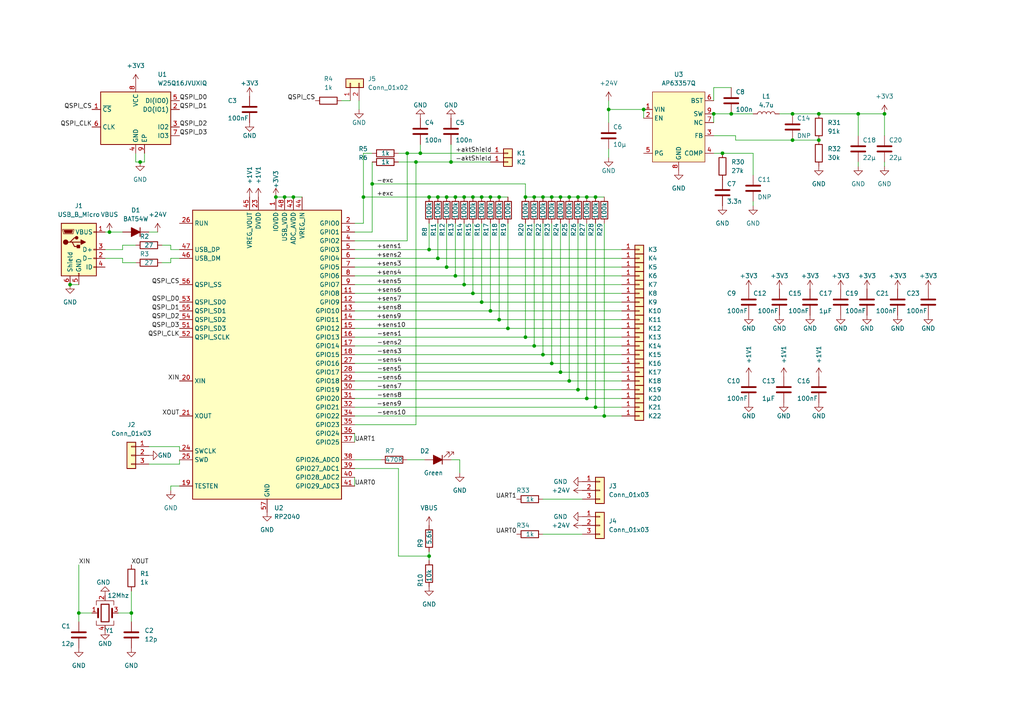
<source format=kicad_sch>
(kicad_sch (version 20211123) (generator eeschema)
  (paper "A4")
  (junction (at 248.92 33.02))
  (junction (at 207.01 33.02))
  (junction (at 229.87 33.02))
  (junction (at 157.48 102.87))
  (junction (at 22.86 177.8))
  (junction (at 229.87 40.64))
  (junction (at 160.02 57.15))
  (junction (at 209.55 44.45))
  (junction (at 107.95 53.34))
  (junction (at 165.1 110.49))
  (junction (at 142.24 57.15))
  (junction (at 120.65 46.99))
  (junction (at 137.16 85.09))
  (junction (at 132.08 80.01))
  (junction (at 176.53 31.75))
  (junction (at 186.69 31.75))
  (junction (at 256.54 33.02))
  (junction (at 167.64 113.03))
  (junction (at 152.4 97.79))
  (junction (at 132.08 57.15))
  (junction (at 124.46 57.15))
  (junction (at 172.72 57.15))
  (junction (at 162.56 107.95))
  (junction (at 170.18 115.57))
  (junction (at 139.7 87.63))
  (junction (at 20.32 82.55))
  (junction (at 170.18 57.15))
  (junction (at 154.94 100.33))
  (junction (at 154.94 57.15))
  (junction (at 147.32 95.25))
  (junction (at 175.26 120.65))
  (junction (at 82.55 57.15))
  (junction (at 124.46 161.29))
  (junction (at 80.01 57.15))
  (junction (at 31.75 67.31))
  (junction (at 165.1 57.15))
  (junction (at 129.54 77.47))
  (junction (at 212.09 33.02))
  (junction (at 172.72 118.11))
  (junction (at 237.49 40.64))
  (junction (at 139.7 57.15))
  (junction (at 137.16 57.15))
  (junction (at 134.62 57.15))
  (junction (at 134.62 82.55))
  (junction (at 118.11 44.45))
  (junction (at 40.64 46.99))
  (junction (at 105.41 57.15))
  (junction (at 157.48 57.15))
  (junction (at 124.46 72.39))
  (junction (at 237.49 33.02))
  (junction (at 85.09 57.15))
  (junction (at 152.4 57.15))
  (junction (at 121.92 44.45))
  (junction (at 167.64 57.15))
  (junction (at 160.02 105.41))
  (junction (at 162.56 57.15))
  (junction (at 127 74.93))
  (junction (at 144.78 92.71))
  (junction (at 142.24 90.17))
  (junction (at 129.54 57.15))
  (junction (at 144.78 57.15))
  (junction (at 38.1 177.8))
  (junction (at 130.81 46.99))
  (junction (at 127 57.15))
  (wire (pts (xy 115.57 135.89) (xy 115.57 161.29)))
  (wire (pts (xy 104.14 29.21) (xy 104.14 31.75)))
  (wire (pts (xy 218.44 44.45) (xy 209.55 44.45)))
  (wire (pts (xy 39.37 71.12) (xy 35.56 71.12)))
  (wire (pts (xy 46.99 76.2) (xy 49.53 76.2)))
  (wire (pts (xy 137.16 64.77) (xy 137.16 85.09)))
  (wire (pts (xy 152.4 64.77) (xy 152.4 97.79)))
  (wire (pts (xy 157.48 102.87) (xy 180.34 102.87)))
  (wire (pts (xy 127 64.77) (xy 127 74.93)))
  (wire (pts (xy 124.46 161.29) (xy 124.46 162.56)))
  (wire (pts (xy 120.65 46.99) (xy 130.81 46.99)))
  (wire (pts (xy 139.7 64.77) (xy 139.7 87.63)))
  (wire (pts (xy 130.81 46.99) (xy 142.24 46.99)))
  (wire (pts (xy 22.86 180.34) (xy 22.86 177.8)))
  (wire (pts (xy 115.57 46.99) (xy 120.65 46.99)))
  (wire (pts (xy 82.55 57.15) (xy 85.09 57.15)))
  (wire (pts (xy 52.07 72.39) (xy 49.53 72.39)))
  (wire (pts (xy 160.02 57.15) (xy 162.56 57.15)))
  (wire (pts (xy 130.81 46.99) (xy 130.81 41.91)))
  (wire (pts (xy 157.48 154.94) (xy 168.91 154.94)))
  (wire (pts (xy 107.95 46.99) (xy 107.95 53.34)))
  (wire (pts (xy 256.54 39.37) (xy 256.54 33.02)))
  (wire (pts (xy 209.55 44.45) (xy 207.01 44.45)))
  (wire (pts (xy 120.65 46.99) (xy 120.65 123.19)))
  (wire (pts (xy 256.54 33.02) (xy 248.92 33.02)))
  (wire (pts (xy 43.18 67.31) (xy 45.72 67.31)))
  (wire (pts (xy 34.29 177.8) (xy 38.1 177.8)))
  (wire (pts (xy 121.92 44.45) (xy 121.92 41.91)))
  (wire (pts (xy 167.64 64.77) (xy 167.64 113.03)))
  (wire (pts (xy 132.08 57.15) (xy 134.62 57.15)))
  (wire (pts (xy 39.37 46.99) (xy 40.64 46.99)))
  (wire (pts (xy 162.56 64.77) (xy 162.56 107.95)))
  (wire (pts (xy 85.09 57.15) (xy 87.63 57.15)))
  (wire (pts (xy 157.48 57.15) (xy 160.02 57.15)))
  (wire (pts (xy 30.48 67.31) (xy 31.75 67.31)))
  (wire (pts (xy 105.41 57.15) (xy 105.41 64.77)))
  (wire (pts (xy 40.64 46.99) (xy 41.91 46.99)))
  (wire (pts (xy 35.56 71.12) (xy 35.56 72.39)))
  (wire (pts (xy 102.87 125.73) (xy 102.87 128.27)))
  (wire (pts (xy 176.53 35.56) (xy 176.53 31.75)))
  (wire (pts (xy 162.56 57.15) (xy 165.1 57.15)))
  (wire (pts (xy 144.78 64.77) (xy 144.78 92.71)))
  (wire (pts (xy 212.09 33.02) (xy 218.44 33.02)))
  (wire (pts (xy 118.11 44.45) (xy 115.57 44.45)))
  (wire (pts (xy 133.35 137.16) (xy 133.35 133.35)))
  (wire (pts (xy 139.7 57.15) (xy 142.24 57.15)))
  (wire (pts (xy 115.57 161.29) (xy 124.46 161.29)))
  (wire (pts (xy 176.53 29.21) (xy 176.53 31.75)))
  (wire (pts (xy 38.1 171.45) (xy 38.1 177.8)))
  (wire (pts (xy 165.1 110.49) (xy 180.34 110.49)))
  (wire (pts (xy 102.87 105.41) (xy 160.02 105.41)))
  (wire (pts (xy 22.86 177.8) (xy 26.67 177.8)))
  (wire (pts (xy 165.1 57.15) (xy 167.64 57.15)))
  (wire (pts (xy 256.54 48.26) (xy 256.54 46.99)))
  (wire (pts (xy 35.56 72.39) (xy 30.48 72.39)))
  (wire (pts (xy 144.78 92.71) (xy 180.34 92.71)))
  (wire (pts (xy 102.87 85.09) (xy 137.16 85.09)))
  (wire (pts (xy 248.92 33.02) (xy 248.92 39.37)))
  (wire (pts (xy 52.07 130.81) (xy 52.07 129.54)))
  (wire (pts (xy 102.87 69.85) (xy 118.11 69.85)))
  (wire (pts (xy 176.53 31.75) (xy 186.69 31.75)))
  (wire (pts (xy 102.87 87.63) (xy 139.7 87.63)))
  (wire (pts (xy 170.18 57.15) (xy 172.72 57.15)))
  (wire (pts (xy 129.54 64.77) (xy 129.54 77.47)))
  (wire (pts (xy 154.94 57.15) (xy 157.48 57.15)))
  (wire (pts (xy 102.87 90.17) (xy 142.24 90.17)))
  (wire (pts (xy 134.62 82.55) (xy 180.34 82.55)))
  (wire (pts (xy 147.32 95.25) (xy 180.34 95.25)))
  (wire (pts (xy 80.01 57.15) (xy 82.55 57.15)))
  (wire (pts (xy 132.08 80.01) (xy 180.34 80.01)))
  (wire (pts (xy 218.44 59.69) (xy 218.44 58.42)))
  (wire (pts (xy 41.91 46.99) (xy 41.91 44.45)))
  (wire (pts (xy 170.18 64.77) (xy 170.18 115.57)))
  (wire (pts (xy 229.87 33.02) (xy 237.49 33.02)))
  (wire (pts (xy 20.32 82.55) (xy 22.86 82.55)))
  (wire (pts (xy 186.69 31.75) (xy 186.69 34.29)))
  (wire (pts (xy 226.06 33.02) (xy 229.87 33.02)))
  (wire (pts (xy 124.46 160.02) (xy 124.46 161.29)))
  (wire (pts (xy 102.87 120.65) (xy 175.26 120.65)))
  (wire (pts (xy 124.46 72.39) (xy 180.34 72.39)))
  (wire (pts (xy 213.36 39.37) (xy 213.36 40.64)))
  (wire (pts (xy 35.56 76.2) (xy 39.37 76.2)))
  (wire (pts (xy 172.72 118.11) (xy 180.34 118.11)))
  (wire (pts (xy 142.24 64.77) (xy 142.24 90.17)))
  (wire (pts (xy 176.53 45.72) (xy 176.53 43.18)))
  (wire (pts (xy 107.95 44.45) (xy 105.41 44.45)))
  (wire (pts (xy 139.7 87.63) (xy 180.34 87.63)))
  (wire (pts (xy 118.11 44.45) (xy 121.92 44.45)))
  (wire (pts (xy 102.87 100.33) (xy 154.94 100.33)))
  (wire (pts (xy 133.35 133.35) (xy 130.81 133.35)))
  (wire (pts (xy 127 74.93) (xy 180.34 74.93)))
  (wire (pts (xy 207.01 25.4) (xy 212.09 25.4)))
  (wire (pts (xy 49.53 74.93) (xy 52.07 74.93)))
  (wire (pts (xy 31.75 67.31) (xy 35.56 67.31)))
  (wire (pts (xy 218.44 50.8) (xy 218.44 44.45)))
  (wire (pts (xy 102.87 72.39) (xy 124.46 72.39)))
  (wire (pts (xy 49.53 142.24) (xy 49.53 140.97)))
  (wire (pts (xy 154.94 100.33) (xy 180.34 100.33)))
  (wire (pts (xy 22.86 163.83) (xy 22.86 177.8)))
  (wire (pts (xy 49.53 71.12) (xy 46.99 71.12)))
  (wire (pts (xy 207.01 33.02) (xy 212.09 33.02)))
  (wire (pts (xy 102.87 135.89) (xy 115.57 135.89)))
  (wire (pts (xy 134.62 57.15) (xy 137.16 57.15)))
  (wire (pts (xy 102.87 82.55) (xy 134.62 82.55)))
  (wire (pts (xy 207.01 35.56) (xy 207.01 33.02)))
  (wire (pts (xy 134.62 64.77) (xy 134.62 82.55)))
  (wire (pts (xy 129.54 77.47) (xy 180.34 77.47)))
  (wire (pts (xy 120.65 123.19) (xy 102.87 123.19)))
  (wire (pts (xy 39.37 44.45) (xy 39.37 46.99)))
  (wire (pts (xy 102.87 80.01) (xy 132.08 80.01)))
  (wire (pts (xy 142.24 57.15) (xy 144.78 57.15)))
  (wire (pts (xy 105.41 44.45) (xy 105.41 57.15)))
  (wire (pts (xy 137.16 57.15) (xy 139.7 57.15)))
  (wire (pts (xy 137.16 85.09) (xy 180.34 85.09)))
  (wire (pts (xy 102.87 138.43) (xy 102.87 140.97)))
  (wire (pts (xy 144.78 57.15) (xy 147.32 57.15)))
  (wire (pts (xy 170.18 115.57) (xy 180.34 115.57)))
  (wire (pts (xy 35.56 74.93) (xy 35.56 76.2)))
  (wire (pts (xy 248.92 48.26) (xy 248.92 46.99)))
  (wire (pts (xy 124.46 57.15) (xy 127 57.15)))
  (wire (pts (xy 160.02 64.77) (xy 160.02 105.41)))
  (wire (pts (xy 118.11 133.35) (xy 123.19 133.35)))
  (wire (pts (xy 207.01 39.37) (xy 213.36 39.37)))
  (wire (pts (xy 162.56 107.95) (xy 180.34 107.95)))
  (wire (pts (xy 152.4 57.15) (xy 154.94 57.15)))
  (wire (pts (xy 102.87 115.57) (xy 170.18 115.57)))
  (wire (pts (xy 165.1 64.77) (xy 165.1 110.49)))
  (wire (pts (xy 102.87 110.49) (xy 165.1 110.49)))
  (wire (pts (xy 49.53 140.97) (xy 52.07 140.97)))
  (wire (pts (xy 172.72 57.15) (xy 175.26 57.15)))
  (wire (pts (xy 121.92 44.45) (xy 142.24 44.45)))
  (wire (pts (xy 152.4 53.34) (xy 152.4 57.15)))
  (wire (pts (xy 102.87 97.79) (xy 152.4 97.79)))
  (wire (pts (xy 167.64 57.15) (xy 170.18 57.15)))
  (wire (pts (xy 102.87 95.25) (xy 147.32 95.25)))
  (wire (pts (xy 107.95 53.34) (xy 152.4 53.34)))
  (wire (pts (xy 118.11 69.85) (xy 118.11 44.45)))
  (wire (pts (xy 52.07 134.62) (xy 52.07 133.35)))
  (wire (pts (xy 102.87 102.87) (xy 157.48 102.87)))
  (wire (pts (xy 102.87 107.95) (xy 162.56 107.95)))
  (wire (pts (xy 102.87 92.71) (xy 144.78 92.71)))
  (wire (pts (xy 237.49 33.02) (xy 248.92 33.02)))
  (wire (pts (xy 107.95 67.31) (xy 102.87 67.31)))
  (wire (pts (xy 157.48 144.78) (xy 168.91 144.78)))
  (wire (pts (xy 102.87 118.11) (xy 172.72 118.11)))
  (wire (pts (xy 175.26 120.65) (xy 180.34 120.65)))
  (wire (pts (xy 172.72 64.77) (xy 172.72 118.11)))
  (wire (pts (xy 154.94 64.77) (xy 154.94 100.33)))
  (wire (pts (xy 49.53 72.39) (xy 49.53 71.12)))
  (wire (pts (xy 207.01 29.21) (xy 207.01 25.4)))
  (wire (pts (xy 129.54 57.15) (xy 132.08 57.15)))
  (wire (pts (xy 167.64 113.03) (xy 180.34 113.03)))
  (wire (pts (xy 157.48 64.77) (xy 157.48 102.87)))
  (wire (pts (xy 124.46 64.77) (xy 124.46 72.39)))
  (wire (pts (xy 127 57.15) (xy 129.54 57.15)))
  (wire (pts (xy 49.53 76.2) (xy 49.53 74.93)))
  (wire (pts (xy 147.32 64.77) (xy 147.32 95.25)))
  (wire (pts (xy 102.87 77.47) (xy 129.54 77.47)))
  (wire (pts (xy 229.87 40.64) (xy 237.49 40.64)))
  (wire (pts (xy 160.02 105.41) (xy 180.34 105.41)))
  (wire (pts (xy 105.41 57.15) (xy 124.46 57.15)))
  (wire (pts (xy 99.06 29.21) (xy 101.6 29.21)))
  (wire (pts (xy 102.87 133.35) (xy 110.49 133.35)))
  (wire (pts (xy 152.4 97.79) (xy 180.34 97.79)))
  (wire (pts (xy 102.87 64.77) (xy 105.41 64.77)))
  (wire (pts (xy 30.48 74.93) (xy 35.56 74.93)))
  (wire (pts (xy 213.36 40.64) (xy 229.87 40.64)))
  (wire (pts (xy 142.24 90.17) (xy 180.34 90.17)))
  (wire (pts (xy 43.18 134.62) (xy 52.07 134.62)))
  (wire (pts (xy 102.87 74.93) (xy 127 74.93)))
  (wire (pts (xy 175.26 64.77) (xy 175.26 120.65)))
  (wire (pts (xy 52.07 129.54) (xy 43.18 129.54)))
  (wire (pts (xy 107.95 53.34) (xy 107.95 67.31)))
  (wire (pts (xy 102.87 113.03) (xy 167.64 113.03)))
  (wire (pts (xy 132.08 64.77) (xy 132.08 80.01)))
  (wire (pts (xy 38.1 177.8) (xy 38.1 180.34)))
  (label "-sens6" (at 109.2892 110.49 0))
  (label "+sens7" (at 109.2005 87.63 0))
  (label "UART1" (at 102.87 128.27 0))
  (label "-exc" (at 109.22 53.34 0))
  (label "QSPI_CLK" (at 52.07 97.79 180))
  (label "-sens2" (at 109.2892 100.33 0))
  (label "QSPI_CS" (at 91.44 29.21 180))
  (label "QSPI_D2" (at 52.07 92.71 180))
  (label "XOUT" (at 38.1 163.83 0))
  (label "QSPI_D1" (at 52.07 90.17 180))
  (label "UART1" (at 149.86 144.78 180))
  (label "XOUT" (at 52.07 120.65 180))
  (label "-sens5" (at 109.2892 107.95 0))
  (label "XIN" (at 22.86 163.83 0))
  (label "QSPI_CLK" (at 26.67 36.83 180))
  (label "QSPI_D0" (at 52.07 87.63 180))
  (label "QSPI_D2" (at 52.07 36.83 0))
  (label "+sens5" (at 109.22 82.55 0))
  (label "UART0" (at 102.87 140.97 0))
  (label "-sens8" (at 109.2892 115.57 0))
  (label "QSPI_D0" (at 52.07 29.21 0))
  (label "+aktShield" (at 132.08 44.45 0))
  (label "+sens2" (at 109.22 74.93 0))
  (label "-sens7" (at 109.2697 113.03 0))
  (label "-sens1" (at 109.2892 97.79 0))
  (label "+sens3" (at 109.2005 77.47 0))
  (label "QSPI_CS" (at 26.67 31.75 180))
  (label "-sens9" (at 109.22 118.11 0))
  (label "-sens4" (at 109.2892 105.41 0))
  (label "+exc" (at 109.22 57.15 0))
  (label "+sens9" (at 109.1508 92.71 0))
  (label "+sens10" (at 109.22 95.25 0))
  (label "+sens6" (at 109.22 85.09 0))
  (label "QSPI_D3" (at 52.07 39.37 0))
  (label "QSPI_CS" (at 52.07 82.55 180))
  (label "+sens4" (at 109.22 80.01 0))
  (label "XIN" (at 52.07 110.49 180))
  (label "UART0" (at 149.86 154.94 180))
  (label "+sens8" (at 109.22 90.17 0))
  (label "-sens10" (at 109.2892 120.65 0))
  (label "QSPI_D3" (at 52.07 95.25 180))
  (label "-sens3" (at 109.2697 102.87 0))
  (label "+sens1" (at 109.22 72.39 0))
  (label "QSPI_D1" (at 52.07 31.75 0))
  (label "-aktShield" (at 132.08 46.99 0))
  (symbol (lib_id "Device:R") (at 43.18 71.12 90) (unit 1)
    (property "Reference" "R2" (at 41.91 68.58 90))
    (property "Value" "27" (at 43.18 71.12 90))
    (property "Footprint" "Resistor_SMD:R_0603_1608Metric" (effects hide))
  )
  (symbol (lib_id "power:+3V3") (at 39.37 24.13 0) (unit 1)
    (property "Reference" "#PWR07" (effects hide))
    (property "Value" "+3V3" (at 39.37 19.05 0))
  )
  (symbol (lib_id "Device:C") (at 237.49 113.03 0) (unit 1)
    (property "Reference" "C16" (at 231.14 110.49 0) (effects (justify left)))
    (property "Value" "100nF" (at 231.14 115.57 0) (effects (justify left)))
    (property "Footprint" "Capacitor_SMD:C_0603_1608Metric" (effects hide))
  )
  (symbol (lib_id "Device:R") (at 237.49 44.45 0) (unit 1)
    (property "Reference" "R32" (at 240.03 43.1799 0) (effects (justify left)))
    (property "Value" "30k" (at 240.03 45.7199 0) (effects (justify left)))
    (property "Footprint" "Resistor_SMD:R_0603_1608Metric" (effects hide))
  )
  (symbol (lib_id "Device:C") (at 256.54 43.18 180) (unit 1)
    (property "Reference" "C20" (at 257.81 40.64 0) (effects (justify right)))
    (property "Value" "22µ" (at 257.81 45.72 0) (effects (justify right)))
    (property "Footprint" "Capacitor_SMD:C_1206_3216Metric" (effects hide))
  )
  (symbol (lib_id "Device:R") (at 152.4 60.96 180) (unit 1)
    (property "Reference" "R20" (at 151.13 68.58 90) (effects (justify right)))
    (property "Value" "100k" (at 152.4 63.5 90) (effects (justify right)))
    (property "Footprint" "Resistor_SMD:R_0603_1608Metric" (effects hide))
  )
  (symbol (lib_id "Device:R") (at 134.62 60.96 180) (unit 1)
    (property "Reference" "R14" (at 133.35 68.58 90) (effects (justify right)))
    (property "Value" "100k" (at 134.62 63.5 90) (effects (justify right)))
    (property "Footprint" "Resistor_SMD:R_0603_1608Metric" (effects hide))
  )
  (symbol (lib_id "power:GND") (at 38.1 187.96 0) (unit 1)
    (property "Reference" "#PWR06" (effects hide))
    (property "Value" "GND" (at 38.1 193.04 0))
  )
  (symbol (lib_id "power:GND") (at 40.64 46.99 0) (unit 1)
    (property "Reference" "#PWR08" (effects hide))
    (property "Value" "GND" (at 40.64 52.07 0))
  )
  (symbol (lib_id "Device:R") (at 147.32 60.96 180) (unit 1)
    (property "Reference" "R19" (at 146.05 68.58 90) (effects (justify right)))
    (property "Value" "100k" (at 147.32 63.5 90) (effects (justify right)))
    (property "Footprint" "Resistor_SMD:R_0603_1608Metric" (effects hide))
  )
  (symbol (lib_id "Connector_Generic:Conn_01x01") (at 185.42 87.63 0) (unit 1)
    (property "Reference" "K9" (at 187.96 87.63 0) (effects (justify left)))
    (property "Value" "capPad" (effects hide))
    (property "Footprint" "Bergi:dummyPad" (effects hide))
  )
  (symbol (lib_id "Device:R") (at 95.25 29.21 90) (unit 1)
    (property "Reference" "R4" (at 95.25 22.86 90))
    (property "Value" "1k" (at 95.25 25.4 90))
    (property "Footprint" "Resistor_SMD:R_0603_1608Metric" (effects hide))
  )
  (symbol (lib_id "Connector_Generic:Conn_01x01") (at 185.42 120.65 0) (unit 1)
    (property "Reference" "K22" (at 187.96 120.65 0) (effects (justify left)))
    (property "Value" "capPad" (effects hide))
    (property "Footprint" "Bergi:dummyPad" (effects hide))
  )
  (symbol (lib_id "Connector_Generic:Conn_01x01") (at 185.42 72.39 0) (unit 1)
    (property "Reference" "K3" (at 187.96 72.39 0) (effects (justify left)))
    (property "Value" "capPad" (effects hide))
    (property "Footprint" "Bergi:dummyPad" (effects hide))
  )
  (symbol (lib_id "power:GND") (at 269.24 91.44 0) (unit 1)
    (property "Reference" "#PWR0102" (effects hide))
    (property "Value" "GND" (at 269.24 95.25 0))
  )
  (symbol (lib_id "power:+3V3") (at 226.06 83.82 0) (unit 1)
    (property "Reference" "#PWR033" (effects hide))
    (property "Value" "+3V3" (at 226.06 80.01 0))
  )
  (symbol (lib_id "Connector_Generic:Conn_01x01") (at 185.42 118.11 0) (unit 1)
    (property "Reference" "K21" (at 187.96 118.11 0) (effects (justify left)))
    (property "Value" "capPad" (effects hide))
    (property "Footprint" "Bergi:dummyPad" (effects hide))
  )
  (symbol (lib_id "Device:R") (at 124.46 166.37 0) (unit 1)
    (property "Reference" "R10" (at 121.92 166.37 90) (effects (justify right)))
    (property "Value" "10k" (at 124.46 165.1 90) (effects (justify right)))
    (property "Footprint" "Resistor_SMD:R_0603_1608Metric" (effects hide))
  )
  (symbol (lib_id "Device:L") (at 222.25 33.02 90) (unit 1)
    (property "Reference" "L1" (at 222.25 27.94 90))
    (property "Value" "4.7u" (at 222.25 30.48 90))
    (property "Footprint" "Inductor_SMD:L_1008_2520Metric" (effects hide))
  )
  (symbol (lib_id "Connector:USB_B_Micro") (at 22.86 72.39 0) (unit 1)
    (property "Reference" "J1" (at 22.86 59.69 0))
    (property "Value" "USB_B_Micro" (at 22.86 62.23 0))
    (property "Footprint" "Connector_USB:USB_Micro-B_GCT_USB3076-30-A" (effects hide))
    (property "HTN" "USB3076-30, USB3075-30" (effects hide))
  )
  (symbol (lib_id "Device:R") (at 165.1 60.96 180) (unit 1)
    (property "Reference" "R25" (at 163.83 68.58 90) (effects (justify right)))
    (property "Value" "100k" (at 165.1 63.5 90) (effects (justify right)))
    (property "Footprint" "Resistor_SMD:R_0603_1608Metric" (effects hide))
  )
  (symbol (lib_id "Device:C") (at 218.44 54.61 180) (unit 1)
    (property "Reference" "C11" (at 219.71 52.07 0) (effects (justify right)))
    (property "Value" "DNP" (at 219.71 57.15 0) (effects (justify right)))
    (property "Footprint" "Capacitor_SMD:C_0603_1608Metric" (effects hide))
  )
  (symbol (lib_id "Device:C") (at 217.17 113.03 0) (unit 1)
    (property "Reference" "C10" (at 210.82 110.49 0) (effects (justify left)))
    (property "Value" "100nF" (at 210.82 115.57 0) (effects (justify left)))
    (property "Footprint" "Capacitor_SMD:C_0603_1608Metric" (effects hide))
  )
  (symbol (lib_id "MCU_RaspberryPi:RP2040") (at 77.47 102.87 0) (unit 1)
    (property "Reference" "U2" (at 79.4894 147.32 0) (effects (justify left)))
    (property "Value" "RP2040" (at 79.4894 149.86 0) (effects (justify left)))
    (property "Footprint" "Package_DFN_QFN:QFN-56-1EP_7x7mm_P0.4mm_EP3.2x3.2mm" (effects hide))
    (property "Datasheet" "https://datasheets.raspberrypi.com/rp2040/rp2040-datasheet.pdf" (effects hide))
  )
  (symbol (lib_id "power:GND") (at 168.91 149.86 270) (unit 1)
    (property "Reference" "#PWR056" (effects hide))
    (property "Value" "GND" (at 162.56 149.86 90))
  )
  (symbol (lib_id "Connector_Generic:Conn_01x01") (at 185.42 90.17 0) (unit 1)
    (property "Reference" "K10" (at 187.96 90.17 0) (effects (justify left)))
    (property "Value" "capPad" (effects hide))
    (property "Footprint" "Bergi:dummyPad" (effects hide))
  )
  (symbol (lib_id "Device:C") (at 212.09 29.21 180) (unit 1)
    (property "Reference" "C8" (at 213.36 26.67 0) (effects (justify right)))
    (property "Value" "100n" (at 213.36 31.75 0) (effects (justify right)))
    (property "Footprint" "Capacitor_SMD:C_0603_1608Metric" (effects hide))
  )
  (symbol (lib_id "Device:R") (at 124.46 156.21 0) (unit 1)
    (property "Reference" "R9" (at 121.92 156.21 90) (effects (justify right)))
    (property "Value" "5.6k" (at 124.46 153.67 90) (effects (justify right)))
    (property "Footprint" "Resistor_SMD:R_0603_1608Metric" (effects hide))
  )
  (symbol (lib_id "Connector_Generic:Conn_01x03") (at 38.1 132.08 0) (mirror y) (unit 1)
    (property "Reference" "J2" (at 38.1 123.19 0))
    (property "Value" "Conn_01x03" (at 38.1 125.73 0))
    (property "Footprint" "Connector_PinHeader_2.54mm:PinHeader_1x03_P2.54mm_Vertical" (effects hide))
  )
  (symbol (lib_id "Device:R") (at 167.64 60.96 180) (unit 1)
    (property "Reference" "R26" (at 166.37 68.58 90) (effects (justify right)))
    (property "Value" "100k" (at 167.64 63.5 90) (effects (justify right)))
    (property "Footprint" "Resistor_SMD:R_0603_1608Metric" (effects hide))
  )
  (symbol (lib_id "Device:R") (at 144.78 60.96 180) (unit 1)
    (property "Reference" "R18" (at 143.51 68.58 90) (effects (justify right)))
    (property "Value" "100k" (at 144.78 63.5 90) (effects (justify right)))
    (property "Footprint" "Resistor_SMD:R_0603_1608Metric" (effects hide))
  )
  (symbol (lib_id "Connector_Generic:Conn_01x03") (at 173.99 142.24 0) (unit 1)
    (property "Reference" "J3" (at 176.53 140.9699 0) (effects (justify left)))
    (property "Value" "Conn_01x03" (at 176.53 143.5099 0) (effects (justify left)))
    (property "Footprint" "Connector_Molex:Molex_KK-254_AE-6410-03A_1x03_P2.54mm_Vertical" (effects hide))
  )
  (symbol (lib_id "power:GND") (at 234.95 91.44 0) (unit 1)
    (property "Reference" "#PWR038" (effects hide))
    (property "Value" "GND" (at 234.95 95.25 0))
  )
  (symbol (lib_id "Device:R") (at 209.55 48.26 0) (unit 1)
    (property "Reference" "R30" (at 212.09 46.9899 0) (effects (justify left)))
    (property "Value" "27k" (at 212.09 49.5299 0) (effects (justify left)))
    (property "Footprint" "Resistor_SMD:R_0603_1608Metric" (effects hide))
  )
  (symbol (lib_id "Connector_Generic:Conn_01x01") (at 185.42 113.03 0) (unit 1)
    (property "Reference" "K19" (at 187.96 113.03 0) (effects (justify left)))
    (property "Value" "capPad" (effects hide))
    (property "Footprint" "Bergi:dummyPad" (effects hide))
  )
  (symbol (lib_id "power:+3V3") (at 260.35 83.82 0) (unit 1)
    (property "Reference" "#PWR048" (effects hide))
    (property "Value" "+3V3" (at 260.35 80.01 0))
  )
  (symbol (lib_id "power:GND") (at 77.47 148.59 0) (unit 1)
    (property "Reference" "#PWR016" (effects hide))
    (property "Value" "GND" (at 77.47 153.67 0))
  )
  (symbol (lib_id "Device:C") (at 269.24 87.63 0) (unit 1)
    (property "Reference" "C23" (at 262.89 85.09 0) (effects (justify left)))
    (property "Value" "100nF" (at 262.89 90.17 0) (effects (justify left)))
    (property "Footprint" "Capacitor_SMD:C_0603_1608Metric" (effects hide))
  )
  (symbol (lib_id "power:GND") (at 196.85 49.53 0) (unit 1)
    (property "Reference" "#PWR026" (effects hide))
    (property "Value" "GND" (at 196.85 54.61 0))
  )
  (symbol (lib_id "Connector_Generic:Conn_01x01") (at 147.32 44.45 0) (unit 1)
    (property "Reference" "K1" (at 149.86 44.45 0) (effects (justify left)))
    (property "Value" "capPad" (effects hide))
    (property "Footprint" "Bergi:dummyPad" (effects hide))
  )
  (symbol (lib_id "Connector_Generic:Conn_01x01") (at 185.42 92.71 0) (unit 1)
    (property "Reference" "K11" (at 187.96 92.71 0) (effects (justify left)))
    (property "Value" "capPad" (effects hide))
    (property "Footprint" "Bergi:dummyPad" (effects hide))
  )
  (symbol (lib_id "Device:R") (at 132.08 60.96 180) (unit 1)
    (property "Reference" "R13" (at 130.81 68.58 90) (effects (justify right)))
    (property "Value" "100k" (at 132.08 63.5 90) (effects (justify right)))
    (property "Footprint" "Resistor_SMD:R_0603_1608Metric" (effects hide))
  )
  (symbol (lib_id "Device:C") (at 229.87 36.83 180) (unit 1)
    (property "Reference" "C14" (at 231.14 34.29 0) (effects (justify right)))
    (property "Value" "DNP" (at 231.14 39.37 0) (effects (justify right)))
    (property "Footprint" "Capacitor_SMD:C_0603_1608Metric" (effects hide))
  )
  (symbol (lib_id "power:GND") (at 227.33 116.84 0) (unit 1)
    (property "Reference" "#PWR036" (effects hide))
    (property "Value" "GND" (at 227.33 120.65 0))
  )
  (symbol (lib_id "Device:R") (at 111.76 44.45 270) (unit 1)
    (property "Reference" "R5" (at 106.68 43.18 90) (effects (justify right)))
    (property "Value" "1k" (at 113.03 44.45 90) (effects (justify right)))
    (property "Footprint" "Resistor_SMD:R_0603_1608Metric" (effects hide))
  )
  (symbol (lib_id "Device:C") (at 121.92 38.1 180) (unit 1)
    (property "Reference" "C4" (at 123.19 35.56 0) (effects (justify right)))
    (property "Value" "100n" (at 123.19 40.64 0) (effects (justify right)))
    (property "Footprint" "Capacitor_SMD:C_0603_1608Metric" (effects hide))
  )
  (symbol (lib_id "Device:R") (at 153.67 144.78 270) (unit 1)
    (property "Reference" "R33" (at 153.67 142.24 90) (effects (justify right)))
    (property "Value" "1k" (at 154.94 144.78 90) (effects (justify right)))
    (property "Footprint" "Resistor_SMD:R_0603_1608Metric" (effects hide))
  )
  (symbol (lib_id "Device:C") (at 217.17 87.63 0) (unit 1)
    (property "Reference" "C9" (at 210.82 85.09 0) (effects (justify left)))
    (property "Value" "100nF" (at 210.82 90.17 0) (effects (justify left)))
    (property "Footprint" "Capacitor_SMD:C_0603_1608Metric" (effects hide))
  )
  (symbol (lib_id "Connector_Generic:Conn_01x03") (at 173.99 152.4 0) (unit 1)
    (property "Reference" "J4" (at 176.53 151.1299 0) (effects (justify left)))
    (property "Value" "Conn_01x03" (at 176.53 153.6699 0) (effects (justify left)))
    (property "Footprint" "Connector_Molex:Molex_KK-254_AE-6410-03A_1x03_P2.54mm_Vertical" (effects hide))
  )
  (symbol (lib_id "Device:R") (at 153.67 154.94 270) (unit 1)
    (property "Reference" "R34" (at 153.67 152.4 90) (effects (justify right)))
    (property "Value" "1k" (at 154.94 154.94 90) (effects (justify right)))
    (property "Footprint" "Resistor_SMD:R_0603_1608Metric" (effects hide))
  )
  (symbol (lib_id "Connector_Generic:Conn_01x01") (at 185.42 105.41 0) (unit 1)
    (property "Reference" "K16" (at 187.96 105.41 0) (effects (justify left)))
    (property "Value" "capPad" (effects hide))
    (property "Footprint" "Bergi:dummyPad" (effects hide))
  )
  (symbol (lib_id "Connector_Generic:Conn_01x01") (at 147.32 46.99 0) (unit 1)
    (property "Reference" "K2" (at 149.86 46.99 0) (effects (justify left)))
    (property "Value" "capPad" (effects hide))
    (property "Footprint" "Bergi:dummyPad" (effects hide))
  )
  (symbol (lib_id "power:GND") (at 256.54 48.26 0) (unit 1)
    (property "Reference" "#PWR047" (effects hide))
    (property "Value" "GND" (at 256.54 53.34 0))
  )
  (symbol (lib_id "power:+3V3") (at 256.54 33.02 0) (unit 1)
    (property "Reference" "#PWR050" (effects hide))
    (property "Value" "+3V3" (at 256.54 27.94 0))
  )
  (symbol (lib_id "power:GND") (at 22.86 187.96 0) (unit 1)
    (property "Reference" "#PWR02" (effects hide))
    (property "Value" "GND" (at 22.86 193.04 0))
  )
  (symbol (lib_id "power:GND") (at 226.06 91.44 0) (unit 1)
    (property "Reference" "#PWR034" (effects hide))
    (property "Value" "GND" (at 226.06 95.25 0))
  )
  (symbol (lib_id "power:GND") (at 248.92 48.26 0) (unit 1)
    (property "Reference" "#PWR044" (effects hide))
    (property "Value" "GND" (at 248.92 53.34 0))
  )
  (symbol (lib_id "power:GND") (at 49.53 142.24 0) (unit 1)
    (property "Reference" "#PWR011" (effects hide))
    (property "Value" "GND" (at 49.53 147.32 0))
  )
  (symbol (lib_id "Device:C") (at 22.86 184.15 0) (unit 1)
    (property "Reference" "C1" (at 17.78 181.61 0) (effects (justify left)))
    (property "Value" "12p" (at 17.78 186.69 0) (effects (justify left)))
    (property "Footprint" "Capacitor_SMD:C_0603_1608Metric" (effects hide))
  )
  (symbol (lib_id "Device:C") (at 38.1 184.15 0) (unit 1)
    (property "Reference" "C2" (at 41.91 182.8799 0) (effects (justify left)))
    (property "Value" "12p" (at 41.91 185.4199 0) (effects (justify left)))
    (property "Footprint" "Capacitor_SMD:C_0603_1608Metric" (effects hide))
  )
  (symbol (lib_id "power:GND") (at 168.91 139.7 270) (unit 1)
    (property "Reference" "#PWR054" (effects hide))
    (property "Value" "GND" (at 162.56 139.7 90))
  )
  (symbol (lib_id "Device:R") (at 160.02 60.96 180) (unit 1)
    (property "Reference" "R23" (at 158.75 68.58 90) (effects (justify right)))
    (property "Value" "100k" (at 160.02 63.5 90) (effects (justify right)))
    (property "Footprint" "Resistor_SMD:R_0603_1608Metric" (effects hide))
  )
  (symbol (lib_id "Connector_Generic:Conn_01x01") (at 185.42 115.57 0) (unit 1)
    (property "Reference" "K20" (at 187.96 115.57 0) (effects (justify left)))
    (property "Value" "capPad" (effects hide))
    (property "Footprint" "Bergi:dummyPad" (effects hide))
  )
  (symbol (lib_id "power:+1V1") (at 237.49 109.22 0) (unit 1)
    (property "Reference" "#PWR040" (effects hide))
    (property "Value" "+1V1" (at 237.49 102.87 90))
  )
  (symbol (lib_id "power:+24V") (at 168.91 142.24 90) (unit 1)
    (property "Reference" "#PWR055" (effects hide))
    (property "Value" "+24V" (at 160.02 142.24 90) (effects (justify right)))
  )
  (symbol (lib_id "Device:C") (at 130.81 38.1 180) (unit 1)
    (property "Reference" "C5" (at 132.08 35.56 0) (effects (justify right)))
    (property "Value" "100n" (at 132.08 40.64 0) (effects (justify right)))
    (property "Footprint" "Capacitor_SMD:C_0603_1608Metric" (effects hide))
  )
  (symbol (lib_id "Device:R") (at 154.94 60.96 180) (unit 1)
    (property "Reference" "R21" (at 153.67 68.58 90) (effects (justify right)))
    (property "Value" "100k" (at 154.94 63.5 90) (effects (justify right)))
    (property "Footprint" "Resistor_SMD:R_0603_1608Metric" (effects hide))
  )
  (symbol (lib_id "power:GND") (at 104.14 31.75 0) (unit 1)
    (property "Reference" "#PWR018" (effects hide))
    (property "Value" "GND" (at 104.14 35.56 0))
  )
  (symbol (lib_id "power:+3V3") (at 72.39 27.94 0) (unit 1)
    (property "Reference" "#PWR012" (effects hide))
    (property "Value" "+3V3" (at 72.39 24.13 0))
  )
  (symbol (lib_id "power:+3V3") (at 217.17 83.82 0) (unit 1)
    (property "Reference" "#PWR028" (effects hide))
    (property "Value" "+3V3" (at 217.17 80.01 0))
  )
  (symbol (lib_id "power:+1V1") (at 217.17 109.22 0) (unit 1)
    (property "Reference" "#PWR030" (effects hide))
    (property "Value" "+1V1" (at 217.17 102.87 90))
  )
  (symbol (lib_id "power:GND") (at 43.18 132.08 90) (unit 1)
    (property "Reference" "#PWR09" (effects hide))
    (property "Value" "GND" (at 45.72 132.08 90) (effects (justify right)))
  )
  (symbol (lib_id "Device:R") (at 127 60.96 180) (unit 1)
    (property "Reference" "R11" (at 125.73 68.58 90) (effects (justify right)))
    (property "Value" "100k" (at 127 63.5 90) (effects (justify right)))
    (property "Footprint" "Resistor_SMD:R_0603_1608Metric" (effects hide))
  )
  (symbol (lib_id "power:GND") (at 30.48 172.72 180) (unit 1)
    (property "Reference" "#PWR03" (effects hide))
    (property "Value" "GND" (at 27.94 168.91 0) (effects (justify right)))
  )
  (symbol (lib_id "Device:Crystal_GND24") (at 30.48 177.8 0) (unit 1)
    (property "Reference" "Y1" (at 31.75 182.88 0))
    (property "Value" "12Mhz" (at 34.29 172.72 0))
    (property "Footprint" "Crystal:Crystal_SMD_2520-4Pin_2.5x2.0mm" (effects hide))
    (property "HTN" "ECS-120-12-36-AGN-TR3" (effects hide))
  )
  (symbol (lib_id "Device:C") (at 227.33 113.03 0) (unit 1)
    (property "Reference" "C13" (at 220.98 110.49 0) (effects (justify left)))
    (property "Value" "1µF" (at 220.98 115.57 0) (effects (justify left)))
    (property "Footprint" "Capacitor_SMD:C_0603_1608Metric" (effects hide))
  )
  (symbol (lib_id "Device:C") (at 243.84 87.63 0) (unit 1)
    (property "Reference" "C17" (at 237.49 85.09 0) (effects (justify left)))
    (property "Value" "1µF" (at 237.49 90.17 0) (effects (justify left)))
    (property "Footprint" "Capacitor_SMD:C_0603_1608Metric" (effects hide))
  )
  (symbol (lib_id "Device:R") (at 137.16 60.96 180) (unit 1)
    (property "Reference" "R15" (at 135.89 68.58 90) (effects (justify right)))
    (property "Value" "100k" (at 137.16 63.5 90) (effects (justify right)))
    (property "Footprint" "Resistor_SMD:R_0603_1608Metric" (effects hide))
  )
  (symbol (lib_id "power:GND") (at 260.35 91.44 0) (unit 1)
    (property "Reference" "#PWR049" (effects hide))
    (property "Value" "GND" (at 260.35 95.25 0))
  )
  (symbol (lib_id "Device:R") (at 124.46 60.96 180) (unit 1)
    (property "Reference" "R8" (at 123.19 68.58 90) (effects (justify right)))
    (property "Value" "100k" (at 124.46 63.5 90) (effects (justify right)))
    (property "Footprint" "Resistor_SMD:R_0603_1608Metric" (effects hide))
  )
  (symbol (lib_id "Device:D_Filled") (at 39.37 67.31 180) (unit 1)
    (property "Reference" "D1" (at 39.37 60.96 0))
    (property "Value" "BAT54W" (at 39.37 63.5 0))
    (property "Footprint" "Diode_SMD:D_SOD-323" (effects hide))
  )
  (symbol (lib_id "Device:R") (at 157.48 60.96 180) (unit 1)
    (property "Reference" "R22" (at 156.21 68.58 90) (effects (justify right)))
    (property "Value" "100k" (at 157.48 63.5 90) (effects (justify right)))
    (property "Footprint" "Resistor_SMD:R_0603_1608Metric" (effects hide))
  )
  (symbol (lib_id "power:+24V") (at 45.72 67.31 0) (unit 1)
    (property "Reference" "#PWR010" (effects hide))
    (property "Value" "+24V" (at 45.72 62.23 0))
  )
  (symbol (lib_id "power:GND") (at 20.32 82.55 0) (unit 1)
    (property "Reference" "#PWR01" (effects hide))
    (property "Value" "GND" (at 20.32 87.63 0))
  )
  (symbol (lib_id "power:+1V1") (at 227.33 109.22 0) (unit 1)
    (property "Reference" "#PWR035" (effects hide))
    (property "Value" "+1V1" (at 227.33 102.87 90))
  )
  (symbol (lib_id "Device:R") (at 111.76 46.99 270) (unit 1)
    (property "Reference" "R6" (at 106.68 45.72 90) (effects (justify right)))
    (property "Value" "1k" (at 113.03 46.99 90) (effects (justify right)))
    (property "Footprint" "Resistor_SMD:R_0603_1608Metric" (effects hide))
  )
  (symbol (lib_id "power:GND") (at 72.39 35.56 0) (unit 1)
    (property "Reference" "#PWR013" (effects hide))
    (property "Value" "GND" (at 72.39 39.37 0))
  )
  (symbol (lib_id "Connector_Generic:Conn_01x01") (at 185.42 107.95 0) (unit 1)
    (property "Reference" "K17" (at 187.96 107.95 0) (effects (justify left)))
    (property "Value" "capPad" (effects hide))
    (property "Footprint" "Bergi:dummyPad" (effects hide))
  )
  (symbol (lib_id "Connector_Generic:Conn_01x01") (at 185.42 77.47 0) (unit 1)
    (property "Reference" "K5" (at 187.96 77.47 0) (effects (justify left)))
    (property "Value" "capPad" (effects hide))
    (property "Footprint" "Bergi:dummyPad" (effects hide))
  )
  (symbol (lib_id "Device:C") (at 72.39 31.75 0) (unit 1)
    (property "Reference" "C3" (at 66.04 29.21 0) (effects (justify left)))
    (property "Value" "100nF" (at 66.04 34.29 0) (effects (justify left)))
    (property "Footprint" "Capacitor_SMD:C_0603_1608Metric" (effects hide))
  )
  (symbol (lib_id "Device:R") (at 139.7 60.96 180) (unit 1)
    (property "Reference" "R16" (at 138.43 68.58 90) (effects (justify right)))
    (property "Value" "100k" (at 139.7 63.5 90) (effects (justify right)))
    (property "Footprint" "Resistor_SMD:R_0603_1608Metric" (effects hide))
  )
  (symbol (lib_id "Device:R") (at 172.72 60.96 180) (unit 1)
    (property "Reference" "R28" (at 171.45 68.58 90) (effects (justify right)))
    (property "Value" "100k" (at 172.72 63.5 90) (effects (justify right)))
    (property "Footprint" "Resistor_SMD:R_0603_1608Metric" (effects hide))
  )
  (symbol (lib_id "Device:R") (at 170.18 60.96 180) (unit 1)
    (property "Reference" "R27" (at 168.91 68.58 90) (effects (justify right)))
    (property "Value" "100k" (at 170.18 63.5 90) (effects (justify right)))
    (property "Footprint" "Resistor_SMD:R_0603_1608Metric" (effects hide))
  )
  (symbol (lib_id "Connector_Generic:Conn_01x01") (at 185.42 100.33 0) (unit 1)
    (property "Reference" "K14" (at 187.96 100.33 0) (effects (justify left)))
    (property "Value" "capPad" (effects hide))
    (property "Footprint" "Bergi:dummyPad" (effects hide))
  )
  (symbol (lib_id "power:VBUS") (at 124.46 152.4 0) (unit 1)
    (property "Reference" "#PWR020" (effects hide))
    (property "Value" "VBUS" (at 124.46 147.32 0))
  )
  (symbol (lib_id "Device:LED_Filled") (at 127 133.35 180) (unit 1)
    (property "Reference" "D2" (at 123.19 130.81 0))
    (property "Value" "Green" (at 125.73 137.16 0))
    (property "Footprint" "LED_SMD:LED_0603_1608Metric" (effects hide))
  )
  (symbol (lib_id "Device:R") (at 175.26 60.96 180) (unit 1)
    (property "Reference" "R29" (at 173.99 68.58 90) (effects (justify right)))
    (property "Value" "100k" (at 175.26 63.5 90) (effects (justify right)))
    (property "Footprint" "Resistor_SMD:R_0603_1608Metric" (effects hide))
  )
  (symbol (lib_id "power:GND") (at 218.44 59.69 0) (unit 1)
    (property "Reference" "#PWR032" (effects hide))
    (property "Value" "GND" (at 218.44 64.77 0))
  )
  (symbol (lib_id "Connector_Generic:Conn_01x02") (at 101.6 24.13 90) (unit 1)
    (property "Reference" "J5" (at 106.68 22.8599 90) (effects (justify right)))
    (property "Value" "Conn_01x02" (at 106.68 25.3999 90) (effects (justify right)))
    (property "Footprint" "Connector_PinSocket_2.54mm:PinSocket_1x02_P2.54mm_Vertical" (effects hide))
  )
  (symbol (lib_id "Device:C") (at 260.35 87.63 0) (unit 1)
    (property "Reference" "C21" (at 254 85.09 0) (effects (justify left)))
    (property "Value" "100nF" (at 254 90.17 0) (effects (justify left)))
    (property "Footprint" "Capacitor_SMD:C_0603_1608Metric" (effects hide))
  )
  (symbol (lib_id "power:+3V3") (at 251.46 83.82 0) (unit 1)
    (property "Reference" "#PWR045" (effects hide))
    (property "Value" "+3V3" (at 251.46 80.01 0))
  )
  (symbol (lib_id "power:+3V3") (at 234.95 83.82 0) (unit 1)
    (property "Reference" "#PWR037" (effects hide))
    (property "Value" "+3V3" (at 234.95 80.01 0))
  )
  (symbol (lib_id "power:GND") (at 217.17 116.84 0) (unit 1)
    (property "Reference" "#PWR031" (effects hide))
    (property "Value" "GND" (at 217.17 120.65 0))
  )
  (symbol (lib_id "power:+24V") (at 176.53 29.21 0) (unit 1)
    (property "Reference" "#PWR024" (effects hide))
    (property "Value" "+24V" (at 176.53 24.13 0))
  )
  (symbol (lib_id "Device:C") (at 251.46 87.63 0) (unit 1)
    (property "Reference" "C19" (at 245.11 85.09 0) (effects (justify left)))
    (property "Value" "100nF" (at 245.11 90.17 0) (effects (justify left)))
    (property "Footprint" "Capacitor_SMD:C_0603_1608Metric" (effects hide))
  )
  (symbol (lib_id "Device:C") (at 226.06 87.63 0) (unit 1)
    (property "Reference" "C12" (at 218.44 85.09 0) (effects (justify left)))
    (property "Value" "100nF" (at 219.71 90.17 0) (effects (justify left)))
    (property "Footprint" "Capacitor_SMD:C_0603_1608Metric" (effects hide))
  )
  (symbol (lib_id "Connector_Generic:Conn_01x01") (at 185.42 85.09 0) (unit 1)
    (property "Reference" "K8" (at 187.96 85.09 0) (effects (justify left)))
    (property "Value" "capPad" (effects hide))
    (property "Footprint" "Bergi:dummyPad" (effects hide))
  )
  (symbol (lib_id "Device:R") (at 237.49 36.83 0) (unit 1)
    (property "Reference" "R31" (at 240.03 35.5599 0) (effects (justify left)))
    (property "Value" "91k" (at 240.03 38.0999 0) (effects (justify left)))
    (property "Footprint" "Resistor_SMD:R_0603_1608Metric" (effects hide))
  )
  (symbol (lib_id "power:GND") (at 133.35 137.16 0) (unit 1)
    (property "Reference" "#PWR023" (effects hide))
    (property "Value" "GND" (at 133.35 142.24 0))
  )
  (symbol (lib_id "Connector_Generic:Conn_01x01") (at 185.42 95.25 0) (unit 1)
    (property "Reference" "K12" (at 187.96 95.25 0) (effects (justify left)))
    (property "Value" "capPad" (effects hide))
    (property "Footprint" "Bergi:dummyPad" (effects hide))
  )
  (symbol (lib_id "Connector_Generic:Conn_01x01") (at 185.42 102.87 0) (unit 1)
    (property "Reference" "K15" (at 187.96 102.87 0) (effects (justify left)))
    (property "Value" "capPad" (effects hide))
    (property "Footprint" "Bergi:dummyPad" (effects hide))
  )
  (symbol (lib_id "power:GND") (at 209.55 59.69 0) (unit 1)
    (property "Reference" "#PWR027" (effects hide))
    (property "Value" "GND" (at 209.55 64.77 0))
  )
  (symbol (lib_id "power:+3V3") (at 80.01 57.15 0) (unit 1)
    (property "Reference" "#PWR017" (effects hide))
    (property "Value" "+3V3" (at 80.01 52.07 90))
  )
  (symbol (lib_id "Connector_Generic:Conn_01x01") (at 185.42 82.55 0) (unit 1)
    (property "Reference" "K7" (at 187.96 82.55 0) (effects (justify left)))
    (property "Value" "capPad" (effects hide))
    (property "Footprint" "Bergi:dummyPad" (effects hide))
  )
  (symbol (lib_id "power:GND") (at 121.92 34.29 180) (unit 1)
    (property "Reference" "#PWR019" (effects hide))
    (property "Value" "GND" (at 121.92 30.48 0))
  )
  (symbol (lib_id "power:GND") (at 251.46 91.44 0) (unit 1)
    (property "Reference" "#PWR046" (effects hide))
    (property "Value" "GND" (at 251.46 95.25 0))
  )
  (symbol (lib_id "power:+3V3") (at 269.24 83.82 0) (unit 1)
    (property "Reference" "#PWR0101" (effects hide))
    (property "Value" "+3V3" (at 269.24 80.01 0))
  )
  (symbol (lib_id "Device:R") (at 129.54 60.96 180) (unit 1)
    (property "Reference" "R12" (at 128.27 68.58 90) (effects (justify right)))
    (property "Value" "100k" (at 129.54 63.5 90) (effects (justify right)))
    (property "Footprint" "Resistor_SMD:R_0603_1608Metric" (effects hide))
  )
  (symbol (lib_id "power:GND") (at 237.49 116.84 0) (unit 1)
    (property "Reference" "#PWR041" (effects hide))
    (property "Value" "GND" (at 237.49 120.65 0))
  )
  (symbol (lib_id "power:GND") (at 217.17 91.44 0) (unit 1)
    (property "Reference" "#PWR029" (effects hide))
    (property "Value" "GND" (at 217.17 95.25 0))
  )
  (symbol (lib_id "power:GND") (at 243.84 91.44 0) (unit 1)
    (property "Reference" "#PWR043" (effects hide))
    (property "Value" "GND" (at 243.84 95.25 0))
  )
  (symbol (lib_id "power:GND") (at 124.46 170.18 0) (unit 1)
    (property "Reference" "#PWR021" (effects hide))
    (property "Value" "GND" (at 124.46 175.26 0))
  )
  (symbol (lib_id "Bergi:W25Q16JVUXIQ") (at 39.37 34.29 0) (unit 1)
    (property "Reference" "U1" (at 45.72 21.59 0) (effects (justify left)))
    (property "Value" "W25Q16JVUXIQ" (at 45.72 24.13 0) (effects (justify left)))
    (property "Footprint" "Bergi:DFN-8-1EP_3x2mm_P0.5mm_EP0.3x1.6mm" (effects hide))
    (property "Datasheet" "http://www.winbond.com/resource-files/w25q32jv%20revg%2003272018%20plus.pdf" (effects hide))
  )
  (symbol (lib_id "power:GND") (at 176.53 45.72 0) (unit 1)
    (property "Reference" "#PWR025" (effects hide))
    (property "Value" "GND" (at 176.53 49.53 0))
  )
  (symbol (lib_id "Device:R") (at 114.3 133.35 90) (unit 1)
    (property "Reference" "R7" (at 113.03 130.81 90))
    (property "Value" "470R" (at 114.3 133.35 90))
    (property "Footprint" "Resistor_SMD:R_0603_1608Metric" (effects hide))
  )
  (symbol (lib_id "Device:R") (at 38.1 167.64 0) (unit 1)
    (property "Reference" "R1" (at 40.64 166.3699 0) (effects (justify left)))
    (property "Value" "1k" (at 40.64 168.9099 0) (effects (justify left)))
    (property "Footprint" "Resistor_SMD:R_0603_1608Metric" (effects hide))
  )
  (symbol (lib_id "Connector_Generic:Conn_01x01") (at 185.42 74.93 0) (unit 1)
    (property "Reference" "K4" (at 187.96 74.93 0) (effects (justify left)))
    (property "Value" "capPad" (effects hide))
    (property "Footprint" "Bergi:dummyPad" (effects hide))
  )
  (symbol (lib_id "Device:R") (at 162.56 60.96 180) (unit 1)
    (property "Reference" "R24" (at 161.29 68.58 90) (effects (justify right)))
    (property "Value" "100k" (at 162.56 63.5 90) (effects (justify right)))
    (property "Footprint" "Resistor_SMD:R_0603_1608Metric" (effects hide))
  )
  (symbol (lib_id "Device:C") (at 234.95 87.63 0) (unit 1)
    (property "Reference" "C15" (at 228.6 85.09 0) (effects (justify left)))
    (property "Value" "100nF" (at 228.6 90.17 0) (effects (justify left)))
    (property "Footprint" "Capacitor_SMD:C_0603_1608Metric" (effects hide))
  )
  (symbol (lib_id "Device:R") (at 142.24 60.96 180) (unit 1)
    (property "Reference" "R17" (at 140.97 68.58 90) (effects (justify right)))
    (property "Value" "100k" (at 142.24 63.5 90) (effects (justify right)))
    (property "Footprint" "Resistor_SMD:R_0603_1608Metric" (effects hide))
  )
  (symbol (lib_id "power:+1V1") (at 72.39 57.15 0) (unit 1)
    (property "Reference" "#PWR014" (effects hide))
    (property "Value" "+1V1" (at 72.39 50.8 90))
  )
  (symbol (lib_id "power:+24V") (at 168.91 152.4 90) (unit 1)
    (property "Reference" "#PWR057" (effects hide))
    (property "Value" "+24V" (at 160.02 152.4 90) (effects (justify right)))
  )
  (symbol (lib_id "power:+3V3") (at 243.84 83.82 0) (unit 1)
    (property "Reference" "#PWR042" (effects hide))
    (property "Value" "+3V3" (at 243.84 80.01 0))
  )
  (symbol (lib_id "Device:R") (at 43.18 76.2 90) (unit 1)
    (property "Reference" "R3" (at 41.91 73.66 90))
    (property "Value" "27" (at 43.18 76.2 90))
    (property "Footprint" "Resistor_SMD:R_0603_1608Metric" (effects hide))
  )
  (symbol (lib_id "power:GND") (at 237.49 48.26 0) (unit 1)
    (property "Reference" "#PWR039" (effects hide))
    (property "Value" "GND" (at 237.49 53.34 0))
  )
  (symbol (lib_id "Device:C") (at 176.53 39.37 180) (unit 1)
    (property "Reference" "C6" (at 177.8 36.83 0) (effects (justify right)))
    (property "Value" "10µ" (at 177.8 41.91 0) (effects (justify right)))
    (property "Footprint" "Capacitor_SMD:C_1210_3225Metric" (effects hide))
  )
  (symbol (lib_id "Connector_Generic:Conn_01x01") (at 185.42 97.79 0) (unit 1)
    (property "Reference" "K13" (at 187.96 97.79 0) (effects (justify left)))
    (property "Value" "capPad" (effects hide))
    (property "Footprint" "Bergi:dummyPad" (effects hide))
  )
  (symbol (lib_id "power:VBUS") (at 31.75 67.31 0) (unit 1)
    (property "Reference" "#PWR05" (effects hide))
    (property "Value" "VBUS" (at 31.75 62.23 0))
  )
  (symbol (lib_id "Device:C") (at 248.92 43.18 180) (unit 1)
    (property "Reference" "C18" (at 250.19 40.64 0) (effects (justify right)))
    (property "Value" "22µ" (at 250.19 45.72 0) (effects (justify right)))
    (property "Footprint" "Capacitor_SMD:C_1206_3216Metric" (effects hide))
  )
  (symbol (lib_id "power:+1V1") (at 74.93 57.15 0) (unit 1)
    (property "Reference" "#PWR015" (effects hide))
    (property "Value" "+1V1" (at 74.93 50.8 90))
  )
  (symbol (lib_id "Device:C") (at 209.55 55.88 180) (unit 1)
    (property "Reference" "C7" (at 210.82 53.34 0) (effects (justify right)))
    (property "Value" "3.3n" (at 210.82 58.42 0) (effects (justify right)))
    (property "Footprint" "Capacitor_SMD:C_0603_1608Metric" (effects hide))
  )
  (symbol (lib_id "Connector_Generic:Conn_01x01") (at 185.42 110.49 0) (unit 1)
    (property "Reference" "K18" (at 187.96 110.49 0) (effects (justify left)))
    (property "Value" "capPad" (effects hide))
    (property "Footprint" "Bergi:dummyPad" (effects hide))
  )
  (symbol (lib_id "power:GND") (at 30.48 182.88 0) (unit 1)
    (property "Reference" "#PWR04" (effects hide))
    (property "Value" "GND" (at 30.48 186.69 0))
  )
  (symbol (lib_id "Bergi:AP63357Q") (at 196.85 34.29 0) (unit 1)
    (property "Reference" "U3" (at 196.85 21.59 0))
    (property "Value" "AP63357Q" (at 196.85 24.13 0))
    (property "Footprint" "Bergi:V-DFN3020-13" (effects hide))
  )
  (symbol (lib_id "power:GND") (at 130.81 34.29 180) (unit 1)
    (property "Reference" "#PWR022" (effects hide))
    (property "Value" "GND" (at 130.81 30.48 0))
  )
  (symbol (lib_id "Connector_Generic:Conn_01x01") (at 185.42 80.01 0) (unit 1)
    (property "Reference" "K6" (at 187.96 80.01 0) (effects (justify left)))
    (property "Value" "capPad" (effects hide))
    (property "Footprint" "Bergi:dummyPad" (effects hide))
  )
)
</source>
